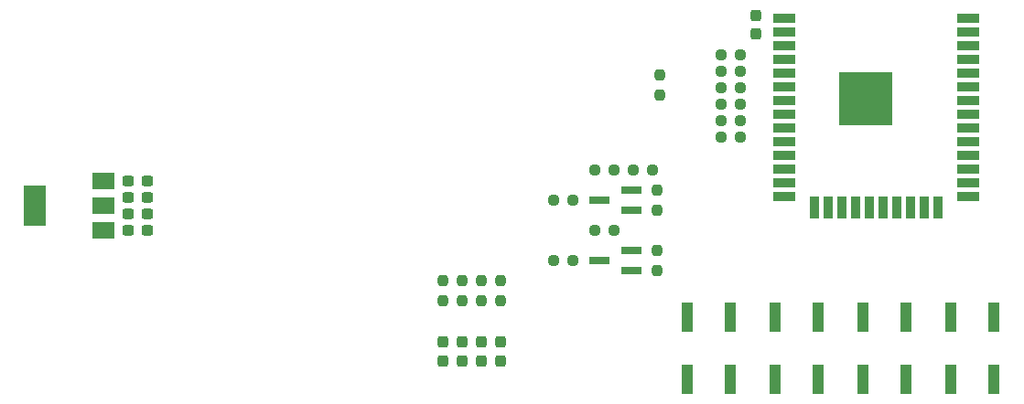
<source format=gbr>
%TF.GenerationSoftware,KiCad,Pcbnew,(5.99.0-9829-g074f0432f0)*%
%TF.CreationDate,2021-07-27T15:24:35+02:00*%
%TF.ProjectId,KM217-WiFi,4b4d3231-372d-4576-9946-692e6b696361,0.0.1*%
%TF.SameCoordinates,Original*%
%TF.FileFunction,Paste,Top*%
%TF.FilePolarity,Positive*%
%FSLAX46Y46*%
G04 Gerber Fmt 4.6, Leading zero omitted, Abs format (unit mm)*
G04 Created by KiCad (PCBNEW (5.99.0-9829-g074f0432f0)) date 2021-07-27 15:24:35*
%MOMM*%
%LPD*%
G01*
G04 APERTURE LIST*
G04 Aperture macros list*
%AMRoundRect*
0 Rectangle with rounded corners*
0 $1 Rounding radius*
0 $2 $3 $4 $5 $6 $7 $8 $9 X,Y pos of 4 corners*
0 Add a 4 corners polygon primitive as box body*
4,1,4,$2,$3,$4,$5,$6,$7,$8,$9,$2,$3,0*
0 Add four circle primitives for the rounded corners*
1,1,$1+$1,$2,$3*
1,1,$1+$1,$4,$5*
1,1,$1+$1,$6,$7*
1,1,$1+$1,$8,$9*
0 Add four rect primitives between the rounded corners*
20,1,$1+$1,$2,$3,$4,$5,0*
20,1,$1+$1,$4,$5,$6,$7,0*
20,1,$1+$1,$6,$7,$8,$9,0*
20,1,$1+$1,$8,$9,$2,$3,0*%
G04 Aperture macros list end*
%ADD10RoundRect,0.237500X-0.250000X-0.237500X0.250000X-0.237500X0.250000X0.237500X-0.250000X0.237500X0*%
%ADD11R,1.000000X2.750000*%
%ADD12RoundRect,0.237500X-0.300000X-0.237500X0.300000X-0.237500X0.300000X0.237500X-0.300000X0.237500X0*%
%ADD13RoundRect,0.237500X-0.237500X0.287500X-0.237500X-0.287500X0.237500X-0.287500X0.237500X0.287500X0*%
%ADD14R,1.900000X0.800000*%
%ADD15RoundRect,0.237500X-0.237500X0.250000X-0.237500X-0.250000X0.237500X-0.250000X0.237500X0.250000X0*%
%ADD16RoundRect,0.237500X0.237500X-0.250000X0.237500X0.250000X-0.237500X0.250000X-0.237500X-0.250000X0*%
%ADD17R,2.000000X1.500000*%
%ADD18R,2.000000X3.800000*%
%ADD19RoundRect,0.237500X0.237500X-0.300000X0.237500X0.300000X-0.237500X0.300000X-0.237500X-0.300000X0*%
%ADD20R,2.000000X0.900000*%
%ADD21R,0.900000X2.000000*%
%ADD22R,5.000000X5.000000*%
G04 APERTURE END LIST*
D10*
%TO.C,R2*%
X128373500Y-105664000D03*
X130198500Y-105664000D03*
%TD*%
%TO.C,R8*%
X140057500Y-98044000D03*
X141882500Y-98044000D03*
%TD*%
D11*
%TO.C,SW2*%
X140938000Y-125049000D03*
X140938000Y-119299000D03*
X136938000Y-119299000D03*
X136938000Y-125049000D03*
%TD*%
D12*
%TO.C,C5*%
X85243500Y-111252000D03*
X86968500Y-111252000D03*
%TD*%
D13*
%TO.C,D1*%
X114300000Y-121553000D03*
X114300000Y-123303000D03*
%TD*%
D10*
%TO.C,R10*%
X124563500Y-114046000D03*
X126388500Y-114046000D03*
%TD*%
%TO.C,R11*%
X124563500Y-108458000D03*
X126388500Y-108458000D03*
%TD*%
D14*
%TO.C,Q2*%
X131802000Y-109408000D03*
X131802000Y-107508000D03*
X128802000Y-108458000D03*
%TD*%
D15*
%TO.C,R24*%
X116078000Y-115927500D03*
X116078000Y-117752500D03*
%TD*%
D10*
%TO.C,R1*%
X128373500Y-111252000D03*
X130198500Y-111252000D03*
%TD*%
D14*
%TO.C,Q1*%
X131802000Y-114996000D03*
X131802000Y-113096000D03*
X128802000Y-114046000D03*
%TD*%
D10*
%TO.C,R3*%
X131929500Y-105664000D03*
X133754500Y-105664000D03*
%TD*%
%TO.C,R5*%
X140057500Y-96520000D03*
X141882500Y-96520000D03*
%TD*%
D13*
%TO.C,D4*%
X119634000Y-121553000D03*
X119634000Y-123303000D03*
%TD*%
D16*
%TO.C,R17*%
X134112000Y-114958500D03*
X134112000Y-113133500D03*
%TD*%
D13*
%TO.C,D3*%
X117856000Y-121553000D03*
X117856000Y-123303000D03*
%TD*%
D11*
%TO.C,SW1*%
X149066000Y-125049000D03*
X149066000Y-119299000D03*
X145066000Y-125049000D03*
X145066000Y-119299000D03*
%TD*%
D16*
%TO.C,R18*%
X134112000Y-109370500D03*
X134112000Y-107545500D03*
%TD*%
D15*
%TO.C,R25*%
X117856000Y-115927500D03*
X117856000Y-117752500D03*
%TD*%
D12*
%TO.C,C4*%
X85243500Y-109728000D03*
X86968500Y-109728000D03*
%TD*%
D11*
%TO.C,SW3*%
X165322000Y-119299000D03*
X165322000Y-125049000D03*
X161322000Y-125049000D03*
X161322000Y-119299000D03*
%TD*%
D17*
%TO.C,U2*%
X82906000Y-111266000D03*
D18*
X76606000Y-108966000D03*
D17*
X82906000Y-108966000D03*
X82906000Y-106666000D03*
%TD*%
D10*
%TO.C,R7*%
X140057500Y-102616000D03*
X141882500Y-102616000D03*
%TD*%
D11*
%TO.C,SW4*%
X157194000Y-119299000D03*
X157194000Y-125049000D03*
X153194000Y-125049000D03*
X153194000Y-119299000D03*
%TD*%
D19*
%TO.C,C1*%
X143256000Y-93064500D03*
X143256000Y-91339500D03*
%TD*%
D10*
%TO.C,R6*%
X140057500Y-101092000D03*
X141882500Y-101092000D03*
%TD*%
%TO.C,R9*%
X140057500Y-99568000D03*
X141882500Y-99568000D03*
%TD*%
D13*
%TO.C,D2*%
X116078000Y-121553000D03*
X116078000Y-123303000D03*
%TD*%
D16*
%TO.C,R22*%
X134366000Y-98702500D03*
X134366000Y-96877500D03*
%TD*%
D12*
%TO.C,C2*%
X85243500Y-108204000D03*
X86968500Y-108204000D03*
%TD*%
D10*
%TO.C,R19*%
X140057500Y-94996000D03*
X141882500Y-94996000D03*
%TD*%
D15*
%TO.C,R23*%
X114300000Y-115927500D03*
X114300000Y-117752500D03*
%TD*%
D12*
%TO.C,C3*%
X85243500Y-106680000D03*
X86968500Y-106680000D03*
%TD*%
D20*
%TO.C,U1*%
X145932000Y-91567000D03*
X145932000Y-92837000D03*
X145932000Y-94107000D03*
X145932000Y-95377000D03*
X145932000Y-96647000D03*
X145932000Y-97917000D03*
X145932000Y-99187000D03*
X145932000Y-100457000D03*
X145932000Y-101727000D03*
X145932000Y-102997000D03*
X145932000Y-104267000D03*
X145932000Y-105537000D03*
X145932000Y-106807000D03*
X145932000Y-108077000D03*
D21*
X148717000Y-109077000D03*
X149987000Y-109077000D03*
X151257000Y-109077000D03*
X152527000Y-109077000D03*
X153797000Y-109077000D03*
X155067000Y-109077000D03*
X156337000Y-109077000D03*
X157607000Y-109077000D03*
X158877000Y-109077000D03*
X160147000Y-109077000D03*
D20*
X162932000Y-108077000D03*
X162932000Y-106807000D03*
X162932000Y-105537000D03*
X162932000Y-104267000D03*
X162932000Y-102997000D03*
X162932000Y-101727000D03*
X162932000Y-100457000D03*
X162932000Y-99187000D03*
X162932000Y-97917000D03*
X162932000Y-96647000D03*
X162932000Y-95377000D03*
X162932000Y-94107000D03*
X162932000Y-92837000D03*
X162932000Y-91567000D03*
D22*
X153432000Y-99067000D03*
%TD*%
D15*
%TO.C,R26*%
X119634000Y-115927500D03*
X119634000Y-117752500D03*
%TD*%
M02*

</source>
